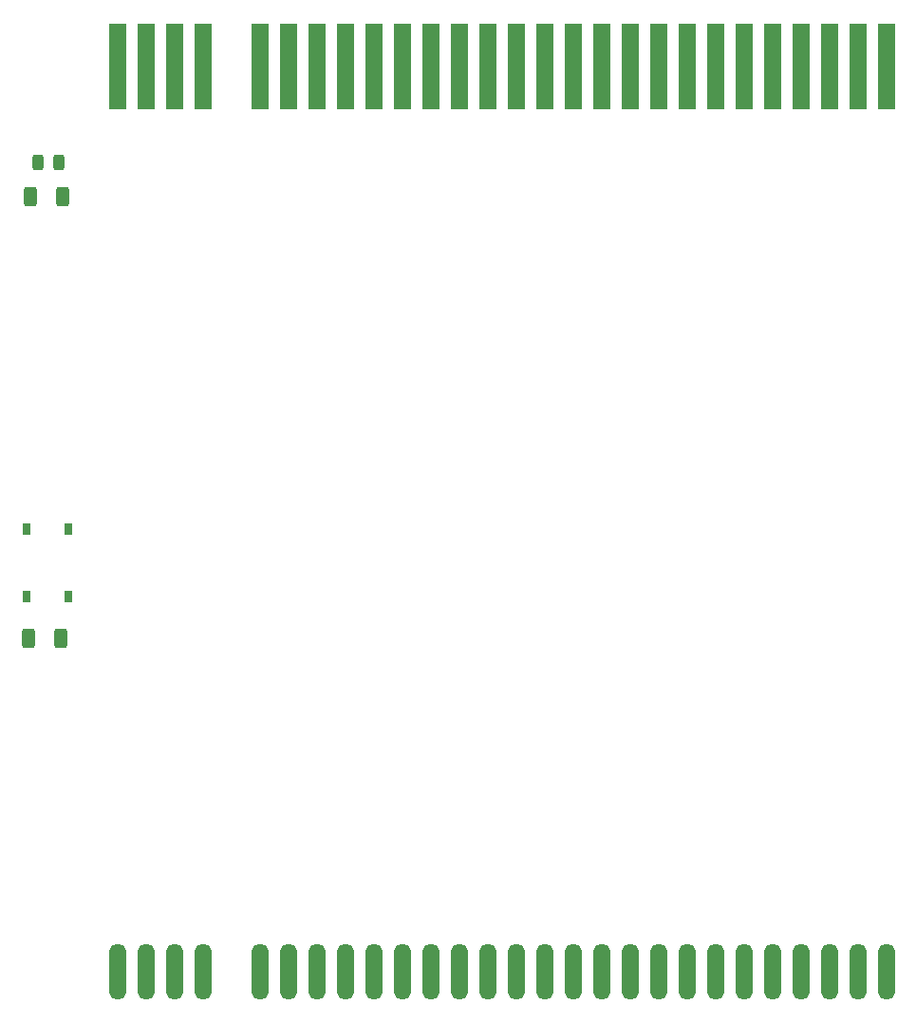
<source format=gbr>
%TF.GenerationSoftware,KiCad,Pcbnew,8.0.0*%
%TF.CreationDate,2024-03-05T08:56:25+01:00*%
%TF.ProjectId,ZX Spectrum_ BUS Expander,5a582053-7065-4637-9472-756d2c204255,rev?*%
%TF.SameCoordinates,Original*%
%TF.FileFunction,Paste,Top*%
%TF.FilePolarity,Positive*%
%FSLAX46Y46*%
G04 Gerber Fmt 4.6, Leading zero omitted, Abs format (unit mm)*
G04 Created by KiCad (PCBNEW 8.0.0) date 2024-03-05 08:56:25*
%MOMM*%
%LPD*%
G01*
G04 APERTURE LIST*
G04 Aperture macros list*
%AMRoundRect*
0 Rectangle with rounded corners*
0 $1 Rounding radius*
0 $2 $3 $4 $5 $6 $7 $8 $9 X,Y pos of 4 corners*
0 Add a 4 corners polygon primitive as box body*
4,1,4,$2,$3,$4,$5,$6,$7,$8,$9,$2,$3,0*
0 Add four circle primitives for the rounded corners*
1,1,$1+$1,$2,$3*
1,1,$1+$1,$4,$5*
1,1,$1+$1,$6,$7*
1,1,$1+$1,$8,$9*
0 Add four rect primitives between the rounded corners*
20,1,$1+$1,$2,$3,$4,$5,0*
20,1,$1+$1,$4,$5,$6,$7,0*
20,1,$1+$1,$6,$7,$8,$9,0*
20,1,$1+$1,$8,$9,$2,$3,0*%
G04 Aperture macros list end*
%ADD10R,0.700000X1.000000*%
%ADD11RoundRect,0.250000X-0.312500X-0.625000X0.312500X-0.625000X0.312500X0.625000X-0.312500X0.625000X0*%
%ADD12RoundRect,0.762000X0.000000X-1.738000X0.000000X-1.738000X0.000000X1.738000X0.000000X1.738000X0*%
%ADD13R,1.524000X7.620000*%
%ADD14RoundRect,0.243750X-0.243750X-0.456250X0.243750X-0.456250X0.243750X0.456250X-0.243750X0.456250X0*%
G04 APERTURE END LIST*
D10*
%TO.C,S1*%
X97390000Y-102980000D03*
X97390000Y-96980000D03*
X101090000Y-102980000D03*
X101090000Y-96980000D03*
%TD*%
D11*
%TO.C,R1*%
X97530000Y-106720000D03*
X100455000Y-106720000D03*
%TD*%
D12*
%TO.C,Z1*%
X105486200Y-136398000D03*
X108026200Y-136398000D03*
X110566200Y-136398000D03*
X113106200Y-136398000D03*
X118186200Y-136398000D03*
X120726200Y-136398000D03*
X123266200Y-136398000D03*
X125806200Y-136398000D03*
X128346200Y-136398000D03*
X130886200Y-136398000D03*
X133426200Y-136398000D03*
X135966200Y-136398000D03*
X138506200Y-136398000D03*
X141046200Y-136398000D03*
X143586200Y-136398000D03*
X146126200Y-136398000D03*
X148666200Y-136398000D03*
X151206200Y-136398000D03*
X153746200Y-136398000D03*
X156286200Y-136398000D03*
X158826200Y-136398000D03*
X161366200Y-136398000D03*
X163906200Y-136398000D03*
X166446200Y-136398000D03*
X168986200Y-136398000D03*
X171526200Y-136398000D03*
X174066200Y-136398000D03*
%TD*%
D13*
%TO.C,Z2*%
X105486200Y-55753000D03*
X108026200Y-55753000D03*
X110566200Y-55753000D03*
X113106200Y-55753000D03*
X118186200Y-55753000D03*
X120726200Y-55753000D03*
X123266200Y-55753000D03*
X125806200Y-55753000D03*
X128346200Y-55753000D03*
X130886200Y-55753000D03*
X133426200Y-55753000D03*
X135966200Y-55753000D03*
X138506200Y-55753000D03*
X141046200Y-55753000D03*
X143586200Y-55753000D03*
X146126200Y-55753000D03*
X148666200Y-55753000D03*
X151206200Y-55753000D03*
X153746200Y-55753000D03*
X156286200Y-55753000D03*
X158826200Y-55753000D03*
X161366200Y-55753000D03*
X163906200Y-55753000D03*
X166446200Y-55753000D03*
X168986200Y-55753000D03*
X171526200Y-55753000D03*
X174066200Y-55753000D03*
%TD*%
D14*
%TO.C,D1*%
X98393500Y-64262000D03*
X100268500Y-64262000D03*
%TD*%
D11*
%TO.C,R2*%
X97705000Y-67320000D03*
X100630000Y-67320000D03*
%TD*%
M02*

</source>
